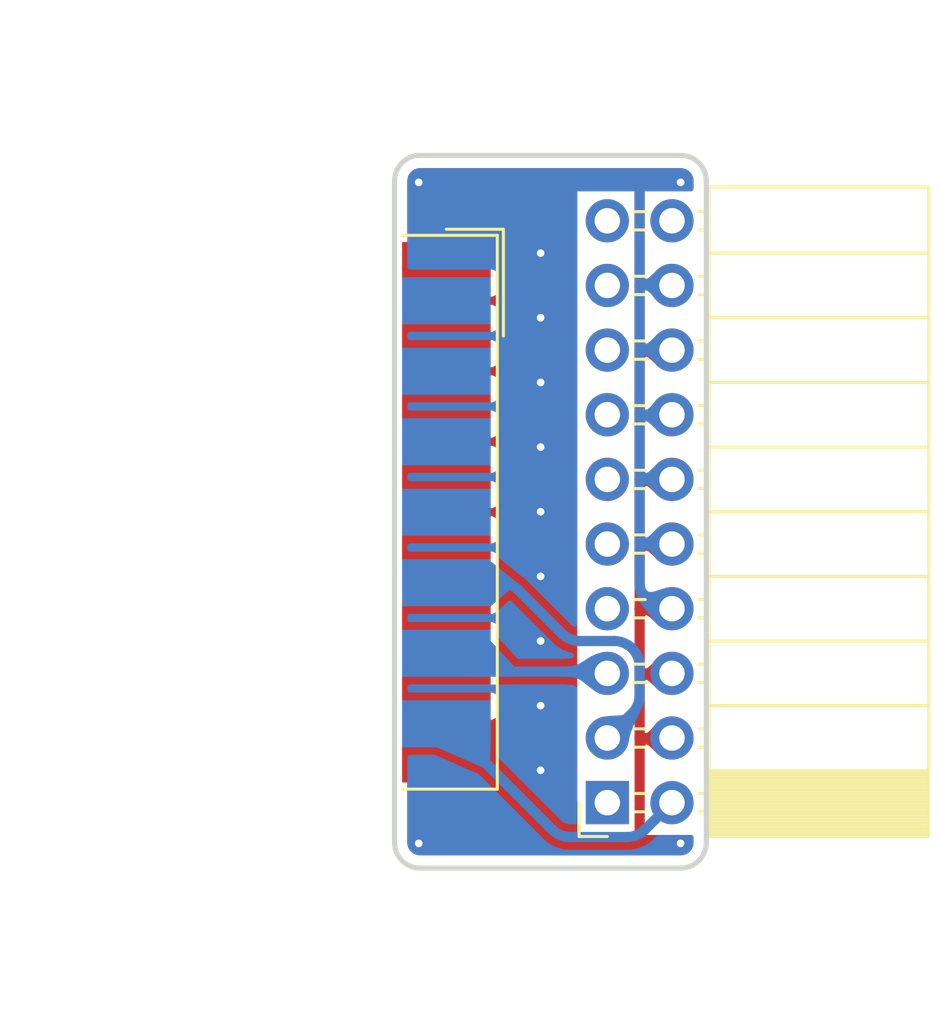
<source format=kicad_pcb>
(kicad_pcb (version 20241229) (generator "pcbnew") (generator_version "9.0")
  (layers (0 "F.Cu" signal) (2 "B.Cu" signal) (13 "F.Paste" user) (15 "B.Paste" user) (5 "F.SilkS" user "F.Silkscreen") (7 "B.SilkS" user "B.Silkscreen") (1 "F.Mask" user) (3 "B.Mask" user) (25 "Edge.Cuts" user))
  (net 0 "")
  (net 1 "GND")
  (net 2 "/SCL")
  (net 4 "/SDA")
  (net 8 "+3V3")
  (footprint "Connector_PinSocket_2.54mm:PinSocket_2x10_P2.54mm_Horizontal" (layer "F.Cu") (at 36.36 51.43 180)
    (property "Reference" "J1" (hide yes))
    (property "Value" "Conn_02x10_Counter_Clockwise" (hide yes))
    (fp_line (start 1.11 -1.33) (end 1.11 0) (stroke (width 0.12)) (layer "F.SilkS"))
    (fp_line (start 0 -1.33) (end 1.11 -1.33) (stroke (width 0.12)) (layer "F.SilkS"))
    (fp_line (start -1.49 23.22) (end -1.05 23.22) (stroke (width 0.12)) (layer "F.SilkS"))
    (fp_line (start -1.49 22.5) (end -1.05 22.5) (stroke (width 0.12)) (layer "F.SilkS"))
    (fp_line (start -1.49 20.68) (end -1.05 20.68) (stroke (width 0.12)) (layer "F.SilkS"))
    (fp_line (start -1.49 19.96) (end -1.05 19.96) (stroke (width 0.12)) (layer "F.SilkS"))
    (fp_line (start -1.49 18.14) (end -1.05 18.14) (stroke (width 0.12)) (layer "F.SilkS"))
    (fp_line (start -1.49 17.42) (end -1.05 17.42) (stroke (width 0.12)) (layer "F.SilkS"))
    (fp_line (start -1.49 15.6) (end -1.05 15.6) (stroke (width 0.12)) (layer "F.SilkS"))
    (fp_line (start -1.49 14.88) (end -1.05 14.88) (stroke (width 0.12)) (layer "F.SilkS"))
    (fp_line (start -1.49 13.06) (end -1.05 13.06) (stroke (width 0.12)) (layer "F.SilkS"))
    (fp_line (start -1.49 12.34) (end -1.05 12.34) (stroke (width 0.12)) (layer "F.SilkS"))
    (fp_line (start -1.49 10.52) (end -1.05 10.52) (stroke (width 0.12)) (layer "F.SilkS"))
    (fp_line (start -1.49 9.8) (end -1.05 9.8) (stroke (width 0.12)) (layer "F.SilkS"))
    (fp_line (start -1.49 7.98) (end -1.05 7.98) (stroke (width 0.12)) (layer "F.SilkS"))
    (fp_line (start -1.49 7.26) (end -1.05 7.26) (stroke (width 0.12)) (layer "F.SilkS"))
    (fp_line (start -1.49 5.44) (end -1.05 5.44) (stroke (width 0.12)) (layer "F.SilkS"))
    (fp_line (start -1.49 4.72) (end -1.05 4.72) (stroke (width 0.12)) (layer "F.SilkS"))
    (fp_line (start -1.49 2.9) (end -1.05 2.9) (stroke (width 0.12)) (layer "F.SilkS"))
    (fp_line (start -1.49 2.18) (end -1.05 2.18) (stroke (width 0.12)) (layer "F.SilkS"))
    (fp_line (start -1.49 0.36) (end -1.11 0.36) (stroke (width 0.12)) (layer "F.SilkS"))
    (fp_line (start -1.49 -0.36) (end -1.11 -0.36) (stroke (width 0.12)) (layer "F.SilkS"))
    (fp_line (start -4 23.22) (end -3.59 23.22) (stroke (width 0.12)) (layer "F.SilkS"))
    (fp_line (start -4 22.5) (end -3.59 22.5) (stroke (width 0.12)) (layer "F.SilkS"))
    (fp_line (start -4 20.68) (end -3.59 20.68) (stroke (width 0.12)) (layer "F.SilkS"))
    (fp_line (start -4 19.96) (end -3.59 19.96) (stroke (width 0.12)) (layer "F.SilkS"))
    (fp_line (start -4 18.14) (end -3.59 18.14) (stroke (width 0.12)) (layer "F.SilkS"))
    (fp_line (start -4 17.42) (end -3.59 17.42) (stroke (width 0.12)) (layer "F.SilkS"))
    (fp_line (start -4 15.6) (end -3.59 15.6) (stroke (width 0.12)) (layer "F.SilkS"))
    (fp_line (start -4 14.88) (end -3.59 14.88) (stroke (width 0.12)) (layer "F.SilkS"))
    (fp_line (start -4 13.06) (end -3.59 13.06) (stroke (width 0.12)) (layer "F.SilkS"))
    (fp_line (start -4 12.34) (end -3.59 12.34) (stroke (width 0.12)) (layer "F.SilkS"))
    (fp_line (start -4 10.52) (end -3.59 10.52) (stroke (width 0.12)) (layer "F.SilkS"))
    (fp_line (start -4 9.8) (end -3.59 9.8) (stroke (width 0.12)) (layer "F.SilkS"))
    (fp_line (start -4 7.98) (end -3.59 7.98) (stroke (width 0.12)) (layer "F.SilkS"))
    (fp_line (start -4 7.26) (end -3.59 7.26) (stroke (width 0.12)) (layer "F.SilkS"))
    (fp_line (start -4 5.44) (end -3.59 5.44) (stroke (width 0.12)) (layer "F.SilkS"))
    (fp_line (start -4 4.72) (end -3.59 4.72) (stroke (width 0.12)) (layer "F.SilkS"))
    (fp_line (start -4 2.9) (end -3.59 2.9) (stroke (width 0.12)) (layer "F.SilkS"))
    (fp_line (start -4 2.18) (end -3.59 2.18) (stroke (width 0.12)) (layer "F.SilkS"))
    (fp_line (start -4 0.36) (end -3.59 0.36) (stroke (width 0.12)) (layer "F.SilkS"))
    (fp_line (start -4 -0.36) (end -3.59 -0.36) (stroke (width 0.12)) (layer "F.SilkS"))
    (fp_line (start -4 -1.33) (end -4 24.19) (stroke (width 0.12)) (layer "F.SilkS"))
    (fp_line (start -12.63 24.19) (end -4 24.19) (stroke (width 0.12)) (layer "F.SilkS"))
    (fp_line (start -12.63 21.59) (end -4 21.59) (stroke (width 0.12)) (layer "F.SilkS"))
    (fp_line (start -12.63 19.05) (end -4 19.05) (stroke (width 0.12)) (layer "F.SilkS"))
    (fp_line (start -12.63 16.51) (end -4 16.51) (stroke (width 0.12)) (layer "F.SilkS"))
    (fp_line (start -12.63 13.97) (end -4 13.97) (stroke (width 0.12)) (layer "F.SilkS"))
    (fp_line (start -12.63 11.43) (end -4 11.43) (stroke (width 0.12)) (layer "F.SilkS"))
    (fp_line (start -12.63 8.89) (end -4 8.89) (stroke (width 0.12)) (layer "F.SilkS"))
    (fp_line (start -12.63 6.35) (end -4 6.35) (stroke (width 0.12)) (layer "F.SilkS"))
    (fp_line (start -12.63 3.81) (end -4 3.81) (stroke (width 0.12)) (layer "F.SilkS"))
    (fp_line (start -12.63 1.27) (end -4 1.27) (stroke (width 0.12)) (layer "F.SilkS"))
    (fp_line (start -12.63 1.1519) (end -4 1.1519) (stroke (width 0.12)) (layer "F.SilkS"))
    (fp_line (start -12.63 1.033805) (end -4 1.033805) (stroke (width 0.12)) (layer "F.SilkS"))
    (fp_line (start -12.63 0.91571) (end -4 0.91571) (stroke (width 0.12)) (layer "F.SilkS"))
    (fp_line (start -12.63 0.797615) (end -4 0.797615) (stroke (width 0.12)) (layer "F.SilkS"))
    (fp_line (start -12.63 0.67952) (end -4 0.67952) (stroke (width 0.12)) (layer "F.SilkS"))
    (fp_line (start -12.63 0.561425) (end -4 0.561425) (stroke (width 0.12)) (layer "F.SilkS"))
    (fp_line (start -12.63 0.44333) (end -4 0.44333) (stroke (width 0.12)) (layer "F.SilkS"))
    (fp_line (start -12.63 0.325235) (end -4 0.325235) (stroke (width 0.12)) (layer "F.SilkS"))
    (fp_line (start -12.63 0.20714) (end -4 0.20714) (stroke (width 0.12)) (layer "F.SilkS"))
    (fp_line (start -12.63 0.089045) (end -4 0.089045) (stroke (width 0.12)) (layer "F.SilkS"))
    (fp_line (start -12.63 -0.02905) (end -4 -0.02905) (stroke (width 0.12)) (layer "F.SilkS"))
    (fp_line (start -12.63 -0.147145) (end -4 -0.147145) (stroke (width 0.12)) (layer "F.SilkS"))
    (fp_line (start -12.63 -0.26524) (end -4 -0.26524) (stroke (width 0.12)) (layer "F.SilkS"))
    (fp_line (start -12.63 -0.383335) (end -4 -0.383335) (stroke (width 0.12)) (layer "F.SilkS"))
    (fp_line (start -12.63 -0.50143) (end -4 -0.50143) (stroke (width 0.12)) (layer "F.SilkS"))
    (fp_line (start -12.63 -0.619525) (end -4 -0.619525) (stroke (width 0.12)) (layer "F.SilkS"))
    (fp_line (start -12.63 -0.73762) (end -4 -0.73762) (stroke (width 0.12)) (layer "F.SilkS"))
    (fp_line (start -12.63 -0.855715) (end -4 -0.855715) (stroke (width 0.12)) (layer "F.SilkS"))
    (fp_line (start -12.63 -0.97381) (end -4 -0.97381) (stroke (width 0.12)) (layer "F.SilkS"))
    (fp_line (start -12.63 -1.091905) (end -4 -1.091905) (stroke (width 0.12)) (layer "F.SilkS"))
    (fp_line (start -12.63 -1.21) (end -4 -1.21) (stroke (width 0.12)) (layer "F.SilkS"))
    (fp_line (start -12.63 -1.33) (end -4 -1.33) (stroke (width 0.12)) (layer "F.SilkS"))
    (fp_line (start -12.63 -1.33) (end -12.63 24.19) (stroke (width 0.12)) (layer "F.SilkS"))
    (pad "1" thru_hole rect (at 0 0 180) (size 1.7 1.7) (drill 1) (layers "*.Cu" "*.Mask"))
    (pad "2" thru_hole circle (at -2.54 0 180) (size 1.7 1.7) (drill 1) (layers "*.Cu" "*.Mask") (net 8 "+3V3"))
    (pad "3" thru_hole circle (at 0 2.54 180) (size 1.7 1.7) (drill 1) (layers "*.Cu" "*.Mask") (net 2 "/SCL"))
    (pad "4" thru_hole circle (at -2.54 2.54 180) (size 1.7 1.7) (drill 1) (layers "*.Cu" "*.Mask") (net 1 "GND"))
    (pad "5" thru_hole circle (at 0 5.08 180) (size 1.7 1.7) (drill 1) (layers "*.Cu" "*.Mask") (net 4 "/SDA"))
    (pad "6" thru_hole circle (at -2.54 5.08 180) (size 1.7 1.7) (drill 1) (layers "*.Cu" "*.Mask") (net 1 "GND"))
    (pad "7" thru_hole circle (at 0 7.62 180) (size 1.7 1.7) (drill 1) (layers "*.Cu" "*.Mask"))
    (pad "8" thru_hole circle (at -2.54 7.62 180) (size 1.7 1.7) (drill 1) (layers "*.Cu" "*.Mask") (net 1 "GND"))
    (pad "9" thru_hole circle (at 0 10.16 180) (size 1.7 1.7) (drill 1) (layers "*.Cu" "*.Mask"))
    (pad "10" thru_hole circle (at -2.54 10.16 180) (size 1.7 1.7) (drill 1) (layers "*.Cu" "*.Mask") (net 1 "GND"))
    (pad "11" thru_hole circle (at 0 12.7 180) (size 1.7 1.7) (drill 1) (layers "*.Cu" "*.Mask"))
    (pad "12" thru_hole circle (at -2.54 12.7 180) (size 1.7 1.7) (drill 1) (layers "*.Cu" "*.Mask") (net 1 "GND"))
    (pad "13" thru_hole circle (at 0 15.24 180) (size 1.7 1.7) (drill 1) (layers "*.Cu" "*.Mask"))
    (pad "14" thru_hole circle (at -2.54 15.24 180) (size 1.7 1.7) (drill 1) (layers "*.Cu" "*.Mask") (net 1 "GND"))
    (pad "15" thru_hole circle (at 0 17.78 180) (size 1.7 1.7) (drill 1) (layers "*.Cu" "*.Mask"))
    (pad "16" thru_hole circle (at -2.54 17.78 180) (size 1.7 1.7) (drill 1) (layers "*.Cu" "*.Mask") (net 1 "GND"))
    (pad "17" thru_hole circle (at 0 20.32 180) (size 1.7 1.7) (drill 1) (layers "*.Cu" "*.Mask"))
    (pad "18" thru_hole circle (at -2.54 20.32 180) (size 1.7 1.7) (drill 1) (layers "*.Cu" "*.Mask") (net 1 "GND"))
    (pad "19" thru_hole circle (at 0 22.86 180) (size 1.7 1.7) (drill 1) (layers "*.Cu" "*.Mask"))
    (pad "20" thru_hole circle (at -2.54 22.86 180) (size 1.7 1.7) (drill 1) (layers "*.Cu" "*.Mask"))
  )
  (footprint "Connector_Dsub:DSUB-15_Pins_EdgeMount_P2.77mm" (layer "F.Cu") (at 30.0375 40.02 -90)
    (property "Reference" "J2" (hide yes))
    (property "Value" "DA15_Pins")
    (fp_line (start 10.878333 1.74) (end 10.878333 -2) (stroke (width 0.12)) (layer "F.SilkS"))
    (fp_line (start -11.118333 0) (end -11.118333 -2.24) (stroke (width 0.12)) (layer "F.SilkS"))
    (fp_line (start -10.878333 -2) (end -10.878333 1.74) (stroke (width 0.12)) (layer "F.SilkS"))
    (fp_line (start 10.878333 -2) (end -10.878333 -2) (stroke (width 0.12)) (layer "F.SilkS"))
    (fp_line (start -11.118333 -2.24) (end -6.925 -2.24) (stroke (width 0.12)) (layer "F.SilkS"))
    (pad "1" smd rect (at -9.695 0 270) (size 1.846667 3.48) (layers "F.Cu" "F.Mask" "F.Paste"))
    (pad "2" smd rect (at -6.925 0 270) (size 1.846667 3.48) (layers "F.Cu" "F.Mask" "F.Paste"))
    (pad "3" smd rect (at -4.155 0 270) (size 1.846667 3.48) (layers "F.Cu" "F.Mask" "F.Paste"))
    (pad "4" smd rect (at -1.385 0 270) (size 1.846667 3.48) (layers "F.Cu" "F.Mask" "F.Paste"))
    (pad "5" smd rect (at 1.385 0 270) (size 1.846667 3.48) (layers "F.Cu" "F.Mask" "F.Paste"))
    (pad "6" smd rect (at 4.155 0 270) (size 1.846667 3.48) (layers "F.Cu" "F.Mask" "F.Paste"))
    (pad "7" smd rect (at 6.925 0 270) (size 1.846667 3.48) (layers "F.Cu" "F.Mask" "F.Paste"))
    (pad "8" smd rect (at 9.695 0 270) (size 1.846667 3.48) (layers "F.Cu" "F.Mask" "F.Paste") (net 1 "GND"))
    (pad "9" smd rect (at -8.31 0 270) (size 1.846667 3.48) (layers "B.Cu" "B.Mask" "B.Paste"))
    (pad "10" smd rect (at -5.54 0 270) (size 1.846667 3.48) (layers "B.Cu" "B.Mask" "B.Paste"))
    (pad "11" smd rect (at -2.77 0 270) (size 1.846667 3.48) (layers "B.Cu" "B.Mask" "B.Paste"))
    (pad "12" smd rect (at 0 0 270) (size 1.846667 3.48) (layers "B.Cu" "B.Mask" "B.Paste"))
    (pad "13" smd rect (at 2.77 0 270) (size 1.846667 3.48) (layers "B.Cu" "B.Mask" "B.Paste") (net 2 "/SCL"))
    (pad "14" smd rect (at 5.54 0 270) (size 1.846667 3.48) (layers "B.Cu" "B.Mask" "B.Paste") (net 4 "/SDA"))
    (pad "15" smd rect (at 8.31 0 270) (size 1.846667 3.48) (layers "B.Cu" "B.Mask" "B.Paste") (net 8 "+3V3"))
  )
  (gr_arc (start 28 27) (mid 28.292893 26.292893) (end 29 26) (stroke (width 0.2)) (layer "Edge.Cuts"))
  (gr_line (start 40.25 27) (end 40.25 53) (stroke (width 0.2)) (layer "Edge.Cuts"))
  (gr_arc (start 29 54) (mid 28.292893 53.707107) (end 28 53) (stroke (width 0.2)) (layer "Edge.Cuts"))
  (gr_line (start 39.25 54) (end 29 54) (stroke (width 0.2)) (layer "Edge.Cuts"))
  (gr_arc (start 40.25 53) (mid 39.957107 53.707107) (end 39.25 54) (stroke (width 0.2)) (layer "Edge.Cuts"))
  (gr_line (start 29 26) (end 39.25 26) (stroke (width 0.2)) (layer "Edge.Cuts"))
  (gr_line (start 28 53) (end 28 27) (stroke (width 0.2)) (layer "Edge.Cuts"))
  (gr_arc (start 39.25 26) (mid 39.957107 26.292893) (end 40.25 27) (stroke (width 0.2)) (layer "Edge.Cuts"))
  (segment (start 38.9 38.73) (end 37.63 38.73) (width 0.4) (layer "F.Cu") (net 1))
  (segment (start 37.63 31.11) (end 37.63 33.65) (width 0.4) (layer "F.Cu") (net 1))
  (segment (start 38.9 46.35) (end 37.63 46.35) (width 0.4) (layer "F.Cu") (net 1))
  (segment (start 37.63 36.19) (end 37.63 38.73) (width 0.4) (layer "F.Cu") (net 1))
  (segment (start 37.63 41.27) (end 37.63 43.81) (width 0.4) (layer "F.Cu") (net 1))
  (segment (start 38.9 36.19) (end 37.63 36.19) (width 0.4) (layer "F.Cu") (net 1))
  (segment (start 37.63 43.81) (end 37.63 46.35) (width 0.4) (layer "F.Cu") (net 1))
  (segment (start 38.9 48.89) (end 37.63 48.89) (width 0.4) (layer "F.Cu") (net 1))
  (segment (start 38.9 41.27) (end 37.63 41.27) (width 0.4) (layer "F.Cu") (net 1))
  (segment (start 38.9 33.65) (end 37.63 33.65) (width 0.4) (layer "F.Cu") (net 1))
  (segment (start 37.63 33.65) (end 37.63 36.19) (width 0.4) (layer "F.Cu") (net 1))
  (segment (start 37.63 46.35) (end 37.63 48.89) (width 0.4) (layer "F.Cu") (net 1))
  (segment (start 37.63 26.92) (end 37.63 31.11) (width 0.4) (layer "F.Cu") (net 1))
  (segment (start 37.63 48.89) (end 37.63 53.05) (width 0.4) (layer "F.Cu") (net 1))
  (segment (start 38.9 31.11) (end 37.63 31.11) (width 0.4) (layer "F.Cu") (net 1))
  (segment (start 37.63 38.73) (end 37.63 41.27) (width 0.4) (layer "F.Cu") (net 1))
  (segment (start 38.9 43.81) (end 37.63 43.81) (width 0.4) (layer "F.Cu") (net 1))
  (via (at 33.74 29.84) (size 0.6) (drill 0.3) (layers "F.Cu" "B.Cu") (net 1))
  (via (at 33.74 37.46) (size 0.6) (drill 0.3) (layers "F.Cu" "B.Cu") (net 1))
  (via (at 39.24 27.06) (size 0.6) (drill 0.3) (layers "F.Cu" "B.Cu") (net 1))
  (via (at 33.74 32.38) (size 0.6) (drill 0.3) (layers "F.Cu" "B.Cu") (net 1))
  (via (at 33.74 34.92) (size 0.6) (drill 0.3) (layers "F.Cu" "B.Cu") (net 1))
  (via (at 28.95 53.03) (size 0.6) (drill 0.3) (layers "F.Cu" "B.Cu") (net 1))
  (via (at 28.95 27.06) (size 0.6) (drill 0.3) (layers "F.Cu" "B.Cu") (net 1))
  (via (at 33.74 42.54) (size 0.6) (drill 0.3) (layers "F.Cu" "B.Cu") (net 1))
  (via (at 33.74 45.08) (size 0.6) (drill 0.3) (layers "F.Cu" "B.Cu") (net 1))
  (via (at 33.74 47.62) (size 0.6) (drill 0.3) (layers "F.Cu" "B.Cu") (net 1))
  (via (at 39.24 53.03) (size 0.6) (drill 0.3) (layers "F.Cu" "B.Cu") (net 1))
  (via (at 33.74 50.16) (size 0.6) (drill 0.3) (layers "F.Cu" "B.Cu") (net 1))
  (via (at 33.74 40) (size 0.6) (drill 0.3) (layers "F.Cu" "B.Cu") (net 1))
  (segment (start 37.63 38.73) (end 37.63 41.27) (width 0.4) (layer "B.Cu") (net 1))
  (segment (start 37.63 41.27) (end 37.63 42.81) (width 0.4) (layer "B.Cu") (net 1))
  (segment (start 38.9 31.11) (end 37.63 31.11) (width 0.4) (layer "B.Cu") (net 1))
  (segment (start 38.9 36.19) (end 37.63 36.19) (width 0.4) (layer "B.Cu") (net 1))
  (segment (start 37.63 36.19) (end 37.63 38.73) (width 0.4) (layer "B.Cu") (net 1))
  (segment (start 37.63 33.65) (end 37.63 36.19) (width 0.4) (layer "B.Cu") (net 1))
  (segment (start 38.9 38.73) (end 37.63 38.73) (width 0.4) (layer "B.Cu") (net 1))
  (segment (start 37.63 31.11) (end 37.63 33.65) (width 0.4) (layer "B.Cu") (net 1))
  (segment (start 38.9 41.27) (end 37.63 41.27) (width 0.4) (layer "B.Cu") (net 1))
  (segment (start 37.63 27.075) (end 37.63 31.11) (width 0.4) (layer "B.Cu") (net 1))
  (segment (start 38.9 33.65) (end 37.63 33.65) (width 0.4) (layer "B.Cu") (net 1))
  (segment (start 38.9 43.81) (end 38.63 43.81) (width 0.4) (layer "B.Cu") (net 1))
  (arc (start 37.63 42.81) (mid 37.922893 43.517107) (end 38.63 43.81) (width 0.4) (layer "B.Cu") (net 1))
  (segment (start 37.337107 47.912893) (end 36.36 48.89) (width 0.4) (layer "B.Cu") (net 2))
  (segment (start 35.284214 45.08) (end 36.63 45.08) (width 0.4) (layer "B.Cu") (net 2))
  (segment (start 30.0375 42.79) (end 32.165786 42.79) (width 0.4) (layer "B.Cu") (net 2))
  (segment (start 37.63 46.08) (end 37.63 47.205786) (width 0.4) (layer "B.Cu") (net 2))
  (segment (start 32.872893 43.082893) (end 34.577107 44.787107) (width 0.4) (layer "B.Cu") (net 2))
  (arc (start 36.63 45.08) (mid 37.337107 45.372893) (end 37.63 46.08) (width 0.4) (layer "B.Cu") (net 2))
  (arc (start 32.872893 43.082893) (mid 32.54847 42.86612) (end 32.165786 42.79) (width 0.4) (layer "B.Cu") (net 2))
  (arc (start 37.337107 47.912893) (mid 37.55388 47.58847) (end 37.63 47.205786) (width 0.4) (layer "B.Cu") (net 2))
  (arc (start 35.284214 45.08) (mid 34.901531 45.00388) (end 34.577107 44.787107) (width 0.4) (layer "B.Cu") (net 2))
  (segment (start 30.7575 46.28) (end 30.0375 45.56) (width 0.4) (layer "B.Cu") (net 4))
  (segment (start 36.36 46.35) (end 36.29 46.28) (width 0.4) (layer "B.Cu") (net 4))
  (segment (start 36.29 46.28) (end 30.7575 46.28) (width 0.4) (layer "B.Cu") (net 4))
  (segment (start 34.901714 52.78) (end 37.135786 52.78) (width 0.4) (layer "B.Cu") (net 8))
  (segment (start 30.0375 48.33) (end 34.194607 52.487107) (width 0.4) (layer "B.Cu") (net 8))
  (segment (start 37.842893 52.487107) (end 38.9 51.43) (width 0.4) (layer "B.Cu") (net 8))
  (arc (start 37.842893 52.487107) (mid 37.51847 52.70388) (end 37.135786 52.78) (width 0.4) (layer "B.Cu") (net 8))
  (arc (start 34.194607 52.487107) (mid 34.51903 52.70388) (end 34.901714 52.78) (width 0.4) (layer "B.Cu") (net 8))
  (zone (net 1) (net_name "GND") (layers "F.Cu" "B.Cu") (connect_pads yes (clearance 0.3)) (min_thickness 0.2) (fill yes (thermal_gap 0.5) (thermal_bridge_width 0.5))
    (polygon (pts (xy 40.21 27.41) (xy 35.18 27.41) (xy 35.18 52.7) (xy 35.31 52.7) (xy 40.152156 52.7) (xy 40.15 53.9) (xy 28.07 53.92) (xy 28.09 26.09) (xy 40.2 26.07)))
  )
)
</source>
